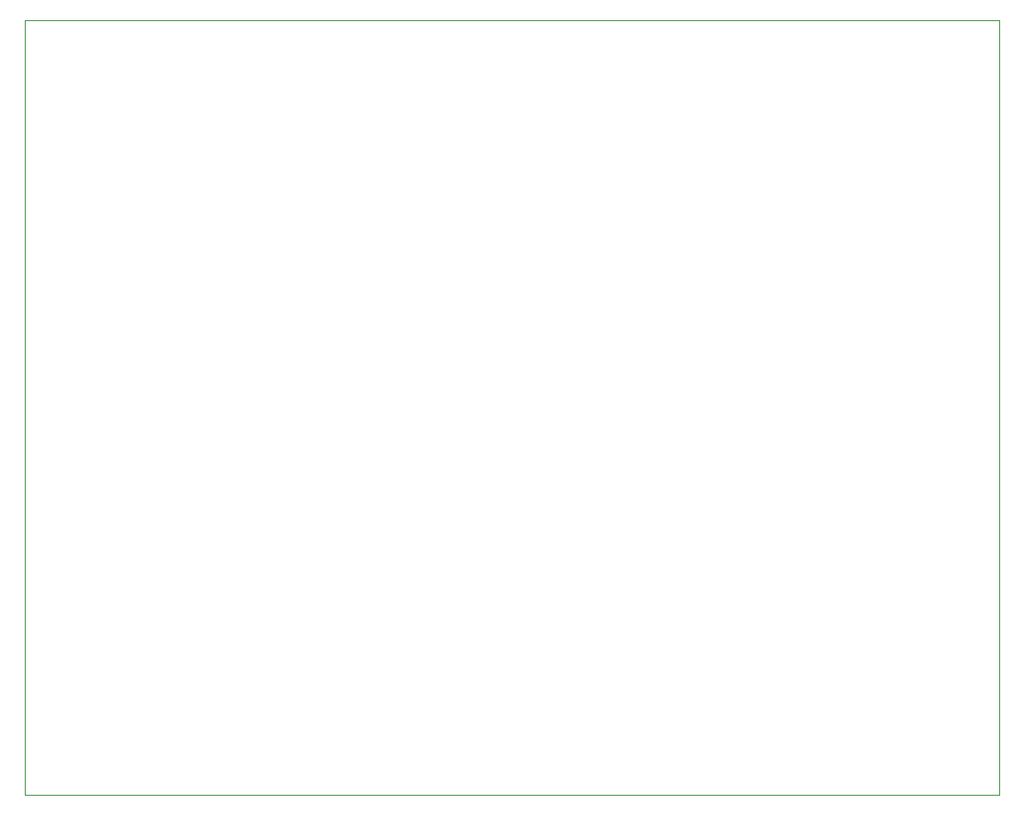
<source format=gbr>
G04 DipTrace 4.0.0.5*
G04 BoardOutline.gbr*
%MOIN*%
G04 #@! TF.FileFunction,Profile*
G04 #@! TF.Part,Single*
%ADD10C,0.004724*%
%FSLAX26Y26*%
G04*
G70*
G90*
G75*
G01*
G04 BoardOutline*
%LPD*%
X393701Y3207612D2*
D10*
X3930241D1*
Y393701D1*
X393701D1*
Y3207612D1*
M02*

</source>
